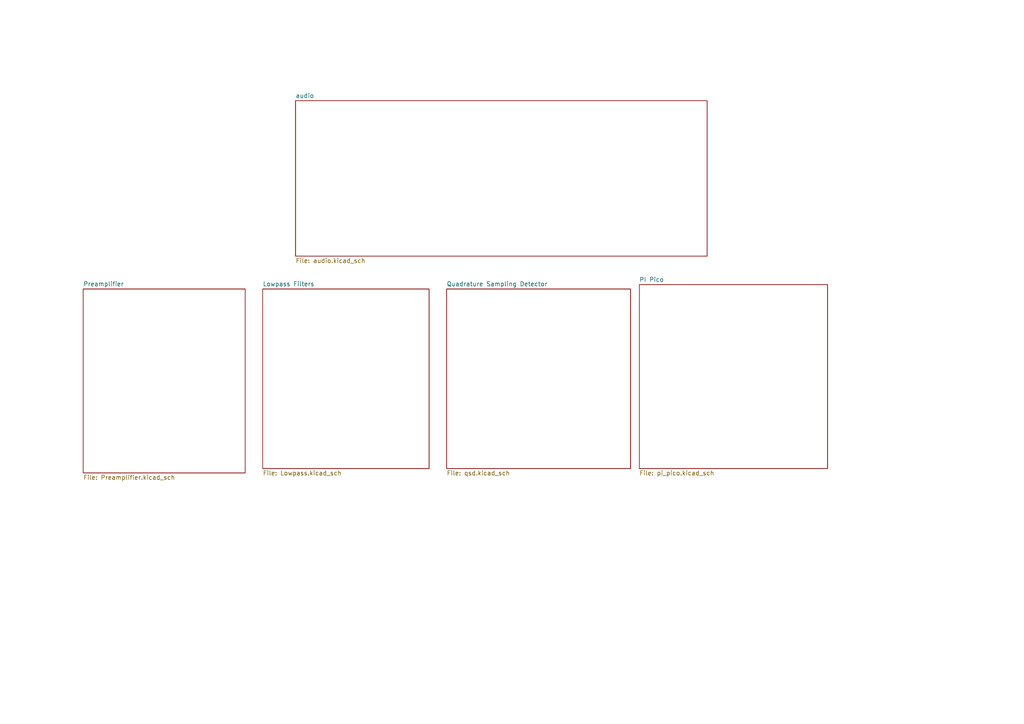
<source format=kicad_sch>
(kicad_sch (version 20230121) (generator eeschema)
  (paper "A4")
  (lib_symbols)
  (sheet (at 129.54 83.82) (size 53.34 52.07) (stroke (width 0.1524))
    (property "Sheetname" "Quadrature Sampling Detector" (at 129.54 83.1084 0) (effects (justify left bottom)))
    (property "Sheetfile" "qsd.kicad_sch" (at 129.54 136.4746 0) (effects (justify left top)))
  )
  (sheet (at 24.13 83.82) (size 46.99 53.34) (stroke (width 0.1524))
    (property "Sheetname" "Preamplifier" (at 24.13 83.1084 0) (effects (justify left bottom)))
    (property "Sheetfile" "Preamplifier.kicad_sch" (at 24.13 137.7446 0) (effects (justify left top)))
  )
  (sheet (at 85.725 29.21) (size 119.38 45.085) (stroke (width 0.1524))
    (property "Sheetname" "audio" (at 85.725 28.4984 0) (effects (justify left bottom)))
    (property "Sheetfile" "audio.kicad_sch" (at 85.725 74.8796 0) (effects (justify left top)))
  )
  (sheet (at 76.2 83.82) (size 48.26 52.07) (stroke (width 0.1524))
    (property "Sheetname" "Lowpass Filters" (at 76.2 83.1084 0) (effects (justify left bottom)))
    (property "Sheetfile" "Lowpass.kicad_sch" (at 76.2 136.4746 0) (effects (justify left top)))
  )
  (sheet (at 185.42 82.55) (size 54.61 53.34) (stroke (width 0.1524))
    (property "Sheetname" "PI Pico" (at 185.42 81.8384 0) (effects (justify left bottom)))
    (property "Sheetfile" "pi_pico.kicad_sch" (at 185.42 136.4746 0) (effects (justify left top)))
  )
)
</source>
